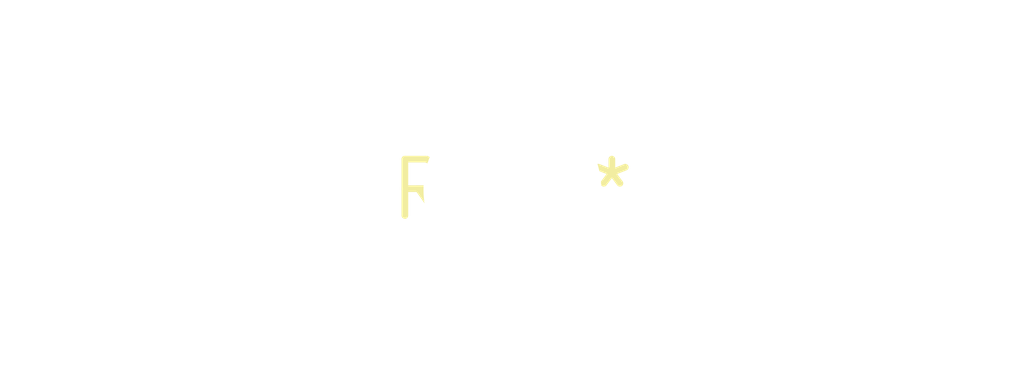
<source format=kicad_pcb>
(kicad_pcb (version 20240108) (generator pcbnew)
  (layers (0 "F.Cu" signal) (31 "B.Cu" signal) (34 "B.Paste" user) (35 "F.Paste" user) (36 "B.SilkS" user "B.Silkscreen") (37 "F.SilkS" user "F.Silkscreen") (38 "B.Mask" user) (39 "F.Mask" user) (44 "Edge.Cuts" user))
  (net 0 "")
  (footprint "MountingHole_4mm_Pad" (layer "F.Cu") (at 0 0)
    (property "Reference" "REF**")
    (property "Value" "MountingHole_4mm_Pad")
    (pad "1" thru_hole circle (at 0 0) (size 8 8) (drill 4) (layers *.Cu *.Mask) (remove_unused_layers))
  )
)
</source>
